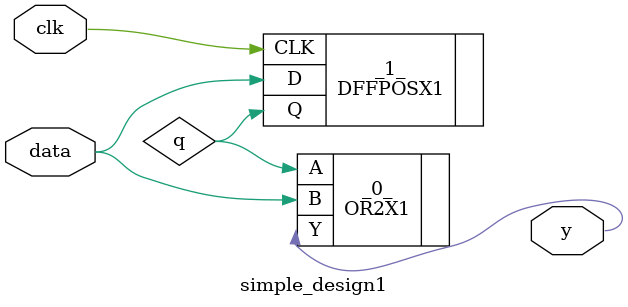
<source format=v>
/* Generated by Yosys 0.7+169 (git sha1 3bbac5c, clang 3.4-1ubuntu3 -fPIC -Os) */

(* src = "mydesign.v:3" *)
module simple_design1(clk, data, y);
  (* src = "mydesign.v:4" *)
  input clk;
  (* src = "mydesign.v:4" *)
  input data;
  (* src = "mydesign.v:5" *)
  wire q;
  (* src = "mydesign.v:6" *)
  output y;
  OR2X1 _0_ (
    .A(q),
    .B(data),
    .Y(y)
  );
  DFFPOSX1 _1_ (
    .CLK(clk),
    .D(data),
    .Q(q)
  );
endmodule

</source>
